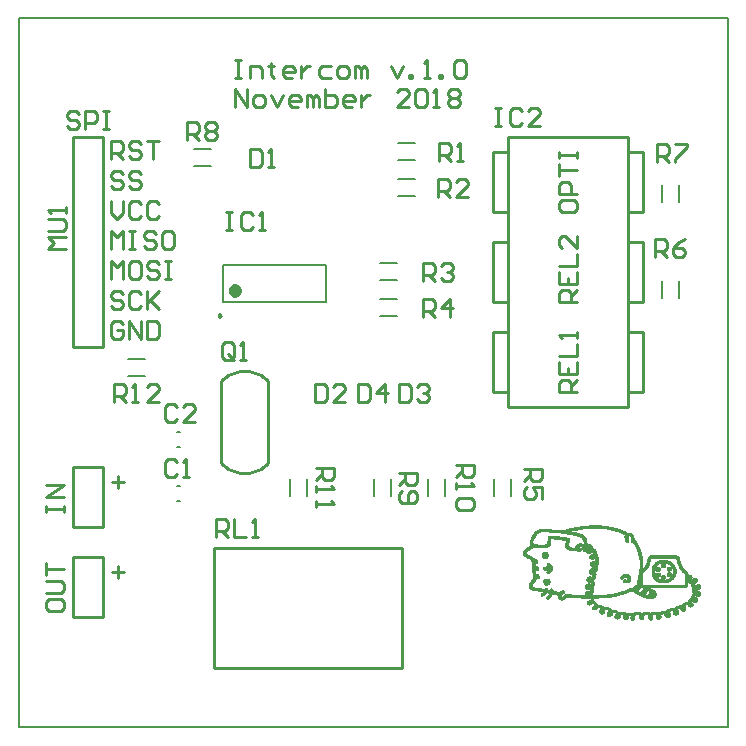
<source format=gto>
G04 Layer_Color=65535*
%FSLAX25Y25*%
%MOIN*%
G70*
G01*
G75*
%ADD17C,0.00800*%
%ADD21C,0.01000*%
%ADD22C,0.00984*%
%ADD23C,0.02362*%
%ADD24C,0.00394*%
%ADD25C,0.00100*%
%ADD26C,0.00787*%
D17*
X433071Y488189D02*
Y724409D01*
X196850Y488189D02*
X433071D01*
X196850D02*
Y724409D01*
X433071D01*
D21*
X279874Y603622D02*
X279114Y604315D01*
X278293Y604935D01*
X277419Y605476D01*
X276498Y605935D01*
X275539Y606306D01*
X274550Y606588D01*
X273538Y606777D01*
X272514Y606872D01*
X271486D01*
X270462Y606777D01*
X269450Y606588D01*
X268461Y606306D01*
X267502Y605935D01*
X266581Y605476D01*
X265707Y604935D01*
X264886Y604315D01*
X264126Y603622D01*
Y576063D02*
X264886Y575370D01*
X265707Y574750D01*
X266581Y574209D01*
X267502Y573750D01*
X268461Y573379D01*
X269450Y573097D01*
X270462Y572908D01*
X271486Y572813D01*
X272514D01*
X273538Y572908D01*
X274550Y573097D01*
X275539Y573379D01*
X276498Y573750D01*
X277419Y574209D01*
X278293Y574750D01*
X279114Y575370D01*
X279874Y576063D01*
X400000Y660000D02*
X405000D01*
Y680000D01*
X400000D02*
X405000D01*
X355000Y660000D02*
X360000D01*
X355000D02*
Y680000D01*
X360000D01*
X400000Y630000D02*
X405000D01*
Y650000D01*
X400000D02*
X405000D01*
X400000Y600000D02*
X405000D01*
Y620000D01*
X400000D02*
X405000D01*
X355000Y600000D02*
X360000D01*
X355000D02*
Y620000D01*
X360000D01*
X355000Y630000D02*
X360000D01*
X355000D02*
Y650000D01*
X360000D01*
Y595000D02*
Y685000D01*
X400000D01*
Y595000D02*
Y685000D01*
X360000Y595000D02*
X400000D01*
X264126Y596732D02*
Y603622D01*
Y576063D02*
Y596732D01*
X279874Y576063D02*
Y603622D01*
X262000Y508000D02*
X324500D01*
X262000D02*
Y548000D01*
X324500D01*
Y508000D02*
Y548000D01*
X215000Y615000D02*
X225000D01*
Y685000D01*
X215000D02*
X225000D01*
X215000Y615000D02*
Y685000D01*
Y555000D02*
Y575000D01*
X225000D01*
Y555000D02*
Y575000D01*
X215000Y555000D02*
X225000D01*
X215000Y525000D02*
Y545000D01*
X225000D01*
Y525000D02*
Y545000D01*
X215000Y525000D02*
X225000D01*
X269000Y710596D02*
X270999D01*
X270000D01*
Y704598D01*
X269000D01*
X270999D01*
X273998D02*
Y708596D01*
X276997D01*
X277997Y707597D01*
Y704598D01*
X280996Y709596D02*
Y708596D01*
X279996D01*
X281996D01*
X280996D01*
Y705597D01*
X281996Y704598D01*
X287994D02*
X285995D01*
X284995Y705597D01*
Y707597D01*
X285995Y708596D01*
X287994D01*
X288994Y707597D01*
Y706597D01*
X284995D01*
X290993Y708596D02*
Y704598D01*
Y706597D01*
X291993Y707597D01*
X292992Y708596D01*
X293992D01*
X300990D02*
X297991D01*
X296991Y707597D01*
Y705597D01*
X297991Y704598D01*
X300990D01*
X303989D02*
X305988D01*
X306988Y705597D01*
Y707597D01*
X305988Y708596D01*
X303989D01*
X302989Y707597D01*
Y705597D01*
X303989Y704598D01*
X308987D02*
Y708596D01*
X309987D01*
X310986Y707597D01*
Y704598D01*
Y707597D01*
X311986Y708596D01*
X312986Y707597D01*
Y704598D01*
X320983Y708596D02*
X322983Y704598D01*
X324982Y708596D01*
X326981Y704598D02*
Y705597D01*
X327981D01*
Y704598D01*
X326981D01*
X331980D02*
X333979D01*
X332979D01*
Y710596D01*
X331980Y709596D01*
X336978Y704598D02*
Y705597D01*
X337978D01*
Y704598D01*
X336978D01*
X341976Y709596D02*
X342976Y710596D01*
X344975D01*
X345975Y709596D01*
Y705597D01*
X344975Y704598D01*
X342976D01*
X341976Y705597D01*
Y709596D01*
X269000Y695000D02*
Y700998D01*
X272999Y695000D01*
Y700998D01*
X275998Y695000D02*
X277997D01*
X278997Y696000D01*
Y697999D01*
X277997Y698999D01*
X275998D01*
X274998Y697999D01*
Y696000D01*
X275998Y695000D01*
X280996Y698999D02*
X282996Y695000D01*
X284995Y698999D01*
X289993Y695000D02*
X287994D01*
X286994Y696000D01*
Y697999D01*
X287994Y698999D01*
X289993D01*
X290993Y697999D01*
Y696999D01*
X286994D01*
X292992Y695000D02*
Y698999D01*
X293992D01*
X294992Y697999D01*
Y695000D01*
Y697999D01*
X295991Y698999D01*
X296991Y697999D01*
Y695000D01*
X298990Y700998D02*
Y695000D01*
X301989D01*
X302989Y696000D01*
Y696999D01*
Y697999D01*
X301989Y698999D01*
X298990D01*
X307987Y695000D02*
X305988D01*
X304988Y696000D01*
Y697999D01*
X305988Y698999D01*
X307987D01*
X308987Y697999D01*
Y696999D01*
X304988D01*
X310986Y698999D02*
Y695000D01*
Y696999D01*
X311986Y697999D01*
X312986Y698999D01*
X313985D01*
X326981Y695000D02*
X322983D01*
X326981Y698999D01*
Y699998D01*
X325982Y700998D01*
X323982D01*
X322983Y699998D01*
X328981D02*
X329980Y700998D01*
X331980D01*
X332979Y699998D01*
Y696000D01*
X331980Y695000D01*
X329980D01*
X328981Y696000D01*
Y699998D01*
X334979Y695000D02*
X336978D01*
X335978D01*
Y700998D01*
X334979Y699998D01*
X339977D02*
X340977Y700998D01*
X342976D01*
X343976Y699998D01*
Y698999D01*
X342976Y697999D01*
X343976Y696999D01*
Y696000D01*
X342976Y695000D01*
X340977D01*
X339977Y696000D01*
Y696999D01*
X340977Y697999D01*
X339977Y698999D01*
Y699998D01*
X340977Y697999D02*
X342976D01*
X249499Y576498D02*
X248499Y577498D01*
X246500D01*
X245500Y576498D01*
Y572500D01*
X246500Y571500D01*
X248499D01*
X249499Y572500D01*
X251498Y571500D02*
X253497D01*
X252498D01*
Y577498D01*
X251498Y576498D01*
X249499Y594998D02*
X248499Y595998D01*
X246500D01*
X245500Y594998D01*
Y591000D01*
X246500Y590000D01*
X248499D01*
X249499Y591000D01*
X255497Y590000D02*
X251498D01*
X255497Y593999D01*
Y594998D01*
X254497Y595998D01*
X252498D01*
X251498Y594998D01*
X266000Y659998D02*
X267999D01*
X267000D01*
Y654000D01*
X266000D01*
X267999D01*
X274997Y658998D02*
X273997Y659998D01*
X271998D01*
X270998Y658998D01*
Y655000D01*
X271998Y654000D01*
X273997D01*
X274997Y655000D01*
X276996Y654000D02*
X278996D01*
X277996D01*
Y659998D01*
X276996Y658998D01*
X355450Y694448D02*
X357449D01*
X356450D01*
Y688450D01*
X355450D01*
X357449D01*
X364447Y693448D02*
X363447Y694448D01*
X361448D01*
X360448Y693448D01*
Y689450D01*
X361448Y688450D01*
X363447D01*
X364447Y689450D01*
X370445Y688450D02*
X366446D01*
X370445Y692449D01*
Y693448D01*
X369445Y694448D01*
X367446D01*
X366446Y693448D01*
X212500Y647500D02*
X206502D01*
X208501Y649499D01*
X206502Y651499D01*
X212500D01*
X206502Y653498D02*
X211500D01*
X212500Y654498D01*
Y656497D01*
X211500Y657497D01*
X206502D01*
X212500Y659496D02*
Y661495D01*
Y660496D01*
X206502D01*
X207502Y659496D01*
X206002Y560000D02*
Y561999D01*
Y561000D01*
X212000D01*
Y560000D01*
Y561999D01*
Y564998D02*
X206002D01*
X212000Y568997D01*
X206002D01*
Y529999D02*
Y528000D01*
X207002Y527000D01*
X211000D01*
X212000Y528000D01*
Y529999D01*
X211000Y530999D01*
X207002D01*
X206002Y529999D01*
Y532998D02*
X211000D01*
X212000Y533998D01*
Y535997D01*
X211000Y536997D01*
X206002D01*
Y538996D02*
Y542995D01*
Y540996D01*
X212000D01*
X268599Y611400D02*
Y615398D01*
X267599Y616398D01*
X265600D01*
X264600Y615398D01*
Y611400D01*
X265600Y610400D01*
X267599D01*
X266599Y612399D02*
X268599Y610400D01*
X267599D02*
X268599Y611400D01*
X270598Y610400D02*
X272597D01*
X271598D01*
Y616398D01*
X270598Y615398D01*
X337000Y677000D02*
Y682998D01*
X339999D01*
X340999Y681998D01*
Y679999D01*
X339999Y678999D01*
X337000D01*
X338999D02*
X340999Y677000D01*
X342998D02*
X344997D01*
X343998D01*
Y682998D01*
X342998Y681998D01*
X336500Y665000D02*
Y670998D01*
X339499D01*
X340499Y669998D01*
Y667999D01*
X339499Y666999D01*
X336500D01*
X338499D02*
X340499Y665000D01*
X346497D02*
X342498D01*
X346497Y668999D01*
Y669998D01*
X345497Y670998D01*
X343498D01*
X342498Y669998D01*
X331500Y637000D02*
Y642998D01*
X334499D01*
X335499Y641998D01*
Y639999D01*
X334499Y638999D01*
X331500D01*
X333499D02*
X335499Y637000D01*
X337498Y641998D02*
X338498Y642998D01*
X340497D01*
X341497Y641998D01*
Y640999D01*
X340497Y639999D01*
X339497D01*
X340497D01*
X341497Y638999D01*
Y638000D01*
X340497Y637000D01*
X338498D01*
X337498Y638000D01*
X331496Y625000D02*
Y630998D01*
X334495D01*
X335495Y629998D01*
Y627999D01*
X334495Y626999D01*
X331496D01*
X333495D02*
X335495Y625000D01*
X340493D02*
Y630998D01*
X337494Y627999D01*
X341493D01*
X365135Y574048D02*
X371133D01*
Y571049D01*
X370134Y570049D01*
X368134D01*
X367135Y571049D01*
Y574048D01*
Y572049D02*
X365135Y570049D01*
X371133Y564051D02*
Y568050D01*
X368134D01*
X369134Y566051D01*
Y565051D01*
X368134Y564051D01*
X366135D01*
X365135Y565051D01*
Y567050D01*
X366135Y568050D01*
X409000Y645000D02*
Y650998D01*
X411999D01*
X412999Y649998D01*
Y647999D01*
X411999Y646999D01*
X409000D01*
X410999D02*
X412999Y645000D01*
X418997Y650998D02*
X416997Y649998D01*
X414998Y647999D01*
Y646000D01*
X415998Y645000D01*
X417997D01*
X418997Y646000D01*
Y646999D01*
X417997Y647999D01*
X414998D01*
X409500Y676500D02*
Y682498D01*
X412499D01*
X413499Y681498D01*
Y679499D01*
X412499Y678499D01*
X409500D01*
X411499D02*
X413499Y676500D01*
X415498Y682498D02*
X419497D01*
Y681498D01*
X415498Y677500D01*
Y676500D01*
X262500Y551500D02*
Y557498D01*
X265499D01*
X266499Y556498D01*
Y554499D01*
X265499Y553499D01*
X262500D01*
X264499D02*
X266499Y551500D01*
X268498Y557498D02*
Y551500D01*
X272497D01*
X274496D02*
X276496D01*
X275496D01*
Y557498D01*
X274496Y556498D01*
X253000Y684000D02*
Y689998D01*
X255999D01*
X256999Y688998D01*
Y686999D01*
X255999Y685999D01*
X253000D01*
X254999D02*
X256999Y684000D01*
X258998Y688998D02*
X259998Y689998D01*
X261997D01*
X262997Y688998D01*
Y687999D01*
X261997Y686999D01*
X262997Y685999D01*
Y685000D01*
X261997Y684000D01*
X259998D01*
X258998Y685000D01*
Y685999D01*
X259998Y686999D01*
X258998Y687999D01*
Y688998D01*
X259998Y686999D02*
X261997D01*
X323500Y573000D02*
X329498D01*
Y570001D01*
X328498Y569001D01*
X326499D01*
X325499Y570001D01*
Y573000D01*
Y571001D02*
X323500Y569001D01*
X324500Y567002D02*
X323500Y566002D01*
Y564003D01*
X324500Y563003D01*
X328498D01*
X329498Y564003D01*
Y566002D01*
X328498Y567002D01*
X327499D01*
X326499Y566002D01*
Y563003D01*
X342500Y575500D02*
X348498D01*
Y572501D01*
X347498Y571501D01*
X345499D01*
X344499Y572501D01*
Y575500D01*
Y573501D02*
X342500Y571501D01*
Y569502D02*
Y567503D01*
Y568502D01*
X348498D01*
X347498Y569502D01*
Y564504D02*
X348498Y563504D01*
Y561505D01*
X347498Y560505D01*
X343500D01*
X342500Y561505D01*
Y563504D01*
X343500Y564504D01*
X347498D01*
X296000Y574500D02*
X301998D01*
Y571501D01*
X300998Y570501D01*
X298999D01*
X297999Y571501D01*
Y574500D01*
Y572501D02*
X296000Y570501D01*
Y568502D02*
Y566503D01*
Y567502D01*
X301998D01*
X300998Y568502D01*
X296000Y563504D02*
Y561504D01*
Y562504D01*
X301998D01*
X300998Y563504D01*
X274000Y680998D02*
Y675000D01*
X276999D01*
X277999Y676000D01*
Y679998D01*
X276999Y680998D01*
X274000D01*
X279998Y675000D02*
X281997D01*
X280998D01*
Y680998D01*
X279998Y679998D01*
X295500Y602498D02*
Y596500D01*
X298499D01*
X299499Y597500D01*
Y601498D01*
X298499Y602498D01*
X295500D01*
X305497Y596500D02*
X301498D01*
X305497Y600499D01*
Y601498D01*
X304497Y602498D01*
X302498D01*
X301498Y601498D01*
X323500Y602498D02*
Y596500D01*
X326499D01*
X327499Y597500D01*
Y601498D01*
X326499Y602498D01*
X323500D01*
X329498Y601498D02*
X330498Y602498D01*
X332497D01*
X333497Y601498D01*
Y600499D01*
X332497Y599499D01*
X331497D01*
X332497D01*
X333497Y598499D01*
Y597500D01*
X332497Y596500D01*
X330498D01*
X329498Y597500D01*
X310000Y602498D02*
Y596500D01*
X312999D01*
X313999Y597500D01*
Y601498D01*
X312999Y602498D01*
X310000D01*
X318997Y596500D02*
Y602498D01*
X315998Y599499D01*
X319997D01*
X228500Y596500D02*
Y602498D01*
X231499D01*
X232499Y601498D01*
Y599499D01*
X231499Y598499D01*
X228500D01*
X230499D02*
X232499Y596500D01*
X234498D02*
X236497D01*
X235498D01*
Y602498D01*
X234498Y601498D01*
X243495Y596500D02*
X239496D01*
X243495Y600499D01*
Y601498D01*
X242495Y602498D01*
X240496D01*
X239496Y601498D01*
X383000Y630000D02*
X377002D01*
Y632999D01*
X378002Y633999D01*
X380001D01*
X381001Y632999D01*
Y630000D01*
Y631999D02*
X383000Y633999D01*
X377002Y639997D02*
Y635998D01*
X383000D01*
Y639997D01*
X380001Y635998D02*
Y637997D01*
X377002Y641996D02*
X383000D01*
Y645995D01*
Y651993D02*
Y647994D01*
X379001Y651993D01*
X378002D01*
X377002Y650993D01*
Y648994D01*
X378002Y647994D01*
X377002Y662999D02*
Y661000D01*
X378002Y660000D01*
X382000D01*
X383000Y661000D01*
Y662999D01*
X382000Y663999D01*
X378002D01*
X377002Y662999D01*
X383000Y665998D02*
X377002D01*
Y668997D01*
X378002Y669997D01*
X380001D01*
X381001Y668997D01*
Y665998D01*
X377002Y671996D02*
Y675995D01*
Y673995D01*
X383000D01*
X377002Y677994D02*
Y679993D01*
Y678994D01*
X383000D01*
Y677994D01*
Y679993D01*
Y600000D02*
X377002D01*
Y602999D01*
X378002Y603999D01*
X380001D01*
X381001Y602999D01*
Y600000D01*
Y601999D02*
X383000Y603999D01*
X377002Y609997D02*
Y605998D01*
X383000D01*
Y609997D01*
X380001Y605998D02*
Y607997D01*
X377002Y611996D02*
X383000D01*
Y615995D01*
Y617994D02*
Y619993D01*
Y618994D01*
X377002D01*
X378002Y617994D01*
X231499Y622498D02*
X230499Y623498D01*
X228500D01*
X227500Y622498D01*
Y618500D01*
X228500Y617500D01*
X230499D01*
X231499Y618500D01*
Y620499D01*
X229499D01*
X233498Y617500D02*
Y623498D01*
X237497Y617500D01*
Y623498D01*
X239496D02*
Y617500D01*
X242495D01*
X243495Y618500D01*
Y622498D01*
X242495Y623498D01*
X239496D01*
X231499Y632498D02*
X230499Y633498D01*
X228500D01*
X227500Y632498D01*
Y631499D01*
X228500Y630499D01*
X230499D01*
X231499Y629499D01*
Y628500D01*
X230499Y627500D01*
X228500D01*
X227500Y628500D01*
X237497Y632498D02*
X236497Y633498D01*
X234498D01*
X233498Y632498D01*
Y628500D01*
X234498Y627500D01*
X236497D01*
X237497Y628500D01*
X239496Y633498D02*
Y627500D01*
Y629499D01*
X243495Y633498D01*
X240496Y630499D01*
X243495Y627500D01*
X227500Y637500D02*
Y643498D01*
X229499Y641499D01*
X231499Y643498D01*
Y637500D01*
X236497Y643498D02*
X234498D01*
X233498Y642498D01*
Y638500D01*
X234498Y637500D01*
X236497D01*
X237497Y638500D01*
Y642498D01*
X236497Y643498D01*
X243495Y642498D02*
X242495Y643498D01*
X240496D01*
X239496Y642498D01*
Y641499D01*
X240496Y640499D01*
X242495D01*
X243495Y639499D01*
Y638500D01*
X242495Y637500D01*
X240496D01*
X239496Y638500D01*
X245494Y643498D02*
X247494D01*
X246494D01*
Y637500D01*
X245494D01*
X247494D01*
X227500Y647500D02*
Y653498D01*
X229499Y651499D01*
X231499Y653498D01*
Y647500D01*
X233498Y653498D02*
X235497D01*
X234498D01*
Y647500D01*
X233498D01*
X235497D01*
X242495Y652498D02*
X241495Y653498D01*
X239496D01*
X238496Y652498D01*
Y651499D01*
X239496Y650499D01*
X241495D01*
X242495Y649499D01*
Y648500D01*
X241495Y647500D01*
X239496D01*
X238496Y648500D01*
X247494Y653498D02*
X245494D01*
X244495Y652498D01*
Y648500D01*
X245494Y647500D01*
X247494D01*
X248493Y648500D01*
Y652498D01*
X247494Y653498D01*
X227500Y663498D02*
Y659499D01*
X229499Y657500D01*
X231499Y659499D01*
Y663498D01*
X237497Y662498D02*
X236497Y663498D01*
X234498D01*
X233498Y662498D01*
Y658500D01*
X234498Y657500D01*
X236497D01*
X237497Y658500D01*
X243495Y662498D02*
X242495Y663498D01*
X240496D01*
X239496Y662498D01*
Y658500D01*
X240496Y657500D01*
X242495D01*
X243495Y658500D01*
X231499Y672498D02*
X230499Y673498D01*
X228500D01*
X227500Y672498D01*
Y671499D01*
X228500Y670499D01*
X230499D01*
X231499Y669499D01*
Y668500D01*
X230499Y667500D01*
X228500D01*
X227500Y668500D01*
X237497Y672498D02*
X236497Y673498D01*
X234498D01*
X233498Y672498D01*
Y671499D01*
X234498Y670499D01*
X236497D01*
X237497Y669499D01*
Y668500D01*
X236497Y667500D01*
X234498D01*
X233498Y668500D01*
X227500Y677500D02*
Y683498D01*
X230499D01*
X231499Y682498D01*
Y680499D01*
X230499Y679499D01*
X227500D01*
X229499D02*
X231499Y677500D01*
X237497Y682498D02*
X236497Y683498D01*
X234498D01*
X233498Y682498D01*
Y681499D01*
X234498Y680499D01*
X236497D01*
X237497Y679499D01*
Y678500D01*
X236497Y677500D01*
X234498D01*
X233498Y678500D01*
X239496Y683498D02*
X243495D01*
X241495D01*
Y677500D01*
X216999Y692498D02*
X215999Y693498D01*
X214000D01*
X213000Y692498D01*
Y691499D01*
X214000Y690499D01*
X215999D01*
X216999Y689499D01*
Y688500D01*
X215999Y687500D01*
X214000D01*
X213000Y688500D01*
X218998Y687500D02*
Y693498D01*
X221997D01*
X222997Y692498D01*
Y690499D01*
X221997Y689499D01*
X218998D01*
X224996Y693498D02*
X226995D01*
X225996D01*
Y687500D01*
X224996D01*
X226995D01*
X228000Y569999D02*
X231999D01*
X229999Y571998D02*
Y568000D01*
X228000Y539999D02*
X231999D01*
X229999Y541998D02*
Y538000D01*
D22*
X264146Y625272D02*
X263407Y625698D01*
Y624845D01*
X264146Y625272D01*
D23*
X269992Y633638D02*
X269547Y634561D01*
X268548Y634789D01*
X267747Y634150D01*
Y633125D01*
X268548Y632486D01*
X269547Y632714D01*
X269992Y633638D01*
D24*
X283217Y666752D02*
D03*
X303445Y593020D02*
D03*
X317445D02*
D03*
X331445D02*
D03*
D25*
X386905Y555381D02*
X391005D01*
X385805Y555281D02*
X391905D01*
X384605Y555181D02*
X392805D01*
X383905Y555081D02*
X393305D01*
X383105Y554981D02*
X393905D01*
X382505Y554881D02*
X394305D01*
X381905Y554781D02*
X394805D01*
X381505Y554681D02*
X395205D01*
X381005Y554581D02*
X395605D01*
X380605Y554481D02*
X386705D01*
X391205D02*
X395905D01*
X380205Y554381D02*
X385905D01*
X391805D02*
X396305D01*
X379905Y554281D02*
X384505D01*
X392905D02*
X396605D01*
X370705Y554181D02*
X372205D01*
X379505D02*
X384105D01*
X393105D02*
X396905D01*
X370205Y554081D02*
X374105D01*
X379205D02*
X383005D01*
X393905D02*
X397105D01*
X369805Y553981D02*
X375805D01*
X378805D02*
X382805D01*
X394205D02*
X397405D01*
X369605Y553881D02*
X376705D01*
X378605D02*
X381905D01*
X394905D02*
X397605D01*
X369405Y553781D02*
X377905D01*
X378105D02*
X381705D01*
X395105D02*
X397905D01*
X369205Y553681D02*
X381005D01*
X395505D02*
X398105D01*
X369105Y553581D02*
X380805D01*
X395905D02*
X398305D01*
X369005Y553481D02*
X380705D01*
X396305D02*
X398505D01*
X368905Y553381D02*
X380905D01*
X396405D02*
X398705D01*
X368805Y553281D02*
X370505D01*
X373505D02*
X381505D01*
X396805D02*
X398905D01*
X368705Y553181D02*
X370105D01*
X375405D02*
X381905D01*
X396905D02*
X399105D01*
X368605Y553081D02*
X369905D01*
X376305D02*
X382505D01*
X397305D02*
X399205D01*
X368505Y552981D02*
X369705D01*
X377505D02*
X382705D01*
X397505D02*
X399505D01*
X400005D02*
X400405D01*
X368405Y552881D02*
X369605D01*
X378105D02*
X383305D01*
X397705D02*
X400705D01*
X368405Y552781D02*
X369505D01*
X379005D02*
X383505D01*
X397905D02*
X400905D01*
X368305Y552681D02*
X369305D01*
X379505D02*
X384005D01*
X398105D02*
X401005D01*
X368205Y552581D02*
X369305D01*
X380305D02*
X384105D01*
X398305D02*
X401105D01*
X368205Y552481D02*
X369205D01*
X380605D02*
X384405D01*
X398505D02*
X401205D01*
X368105Y552381D02*
X369105D01*
X381205D02*
X384505D01*
X398605D02*
X401305D01*
X368005Y552281D02*
X369105D01*
X381605D02*
X384705D01*
X398805D02*
X401405D01*
X368005Y552181D02*
X369005D01*
X382005D02*
X384805D01*
X398805D02*
X401405D01*
X368005Y552081D02*
X368905D01*
X382405D02*
X384905D01*
X398805D02*
X400005D01*
X400305D02*
X401405D01*
X367905Y551981D02*
X368805D01*
X382905D02*
X385005D01*
X398705D02*
X399905D01*
X400505D02*
X401505D01*
X367805Y551881D02*
X368805D01*
X373405D02*
X376005D01*
X383205D02*
X385105D01*
X398705D02*
X399805D01*
X400505D02*
X401505D01*
X367805Y551781D02*
X368705D01*
X373305D02*
X376705D01*
X383505D02*
X385205D01*
X398605D02*
X399705D01*
X400605D02*
X401605D01*
X367805Y551681D02*
X368705D01*
X373105D02*
X377805D01*
X383805D02*
X385305D01*
X398605D02*
X399705D01*
X400705D02*
X401605D01*
X367705Y551581D02*
X368605D01*
X373105D02*
X378205D01*
X384005D02*
X385305D01*
X398605D02*
X399605D01*
X400705D02*
X401605D01*
X367605Y551481D02*
X368605D01*
X373105D02*
X379005D01*
X384105D02*
X385405D01*
X398605D02*
X399705D01*
X400705D02*
X401605D01*
X367605Y551381D02*
X368505D01*
X373105D02*
X379205D01*
X384305D02*
X385505D01*
X398605D02*
X399705D01*
X400705D02*
X401605D01*
X367505Y551281D02*
X368505D01*
X373105D02*
X379805D01*
X384405D02*
X385505D01*
X398705D02*
X399705D01*
X400705D02*
X401705D01*
X367505Y551181D02*
X368405D01*
X373105D02*
X379905D01*
X384505D02*
X385605D01*
X398705D02*
X399805D01*
X400805D02*
X401705D01*
X367505Y551081D02*
X368405D01*
X373105D02*
X380105D01*
X384605D02*
X385705D01*
X398805D02*
X399805D01*
X400805D02*
X401705D01*
X367405Y550981D02*
X368305D01*
X373105D02*
X374005D01*
X375305D02*
X380205D01*
X384605D02*
X385705D01*
X398805D02*
X399805D01*
X400805D02*
X401805D01*
X367405Y550881D02*
X368305D01*
X373105D02*
X374005D01*
X376105D02*
X380205D01*
X384705D02*
X385705D01*
X398805D02*
X399905D01*
X400705D02*
X401905D01*
X367405Y550781D02*
X368305D01*
X373105D02*
X374005D01*
X377505D02*
X380205D01*
X384705D02*
X385805D01*
X398805D02*
X399905D01*
X400705D02*
X401905D01*
X367305Y550681D02*
X368205D01*
X373105D02*
X374005D01*
X377905D02*
X380205D01*
X384805D02*
X385805D01*
X398905D02*
X399905D01*
X400705D02*
X402005D01*
X367305Y550581D02*
X368205D01*
X373105D02*
X374005D01*
X378705D02*
X380205D01*
X384805D02*
X385905D01*
X398905D02*
X399905D01*
X400705D02*
X402105D01*
X367205Y550481D02*
X368105D01*
X373105D02*
X374005D01*
X379005D02*
X380205D01*
X384905D02*
X385905D01*
X398905D02*
X399905D01*
X400705D02*
X402205D01*
X367205Y550381D02*
X368105D01*
X373105D02*
X374005D01*
X379105D02*
X380205D01*
X384905D02*
X385905D01*
X398905D02*
X399905D01*
X400705D02*
X402205D01*
X367205Y550281D02*
X368005D01*
X373105D02*
X374005D01*
X379205D02*
X380105D01*
X385005D02*
X385905D01*
X398905D02*
X399905D01*
X400705D02*
X402305D01*
X367205Y550181D02*
X368005D01*
X373105D02*
X374005D01*
X379105D02*
X380105D01*
X385005D02*
X385905D01*
X398905D02*
X399905D01*
X400805D02*
X402405D01*
X367205Y550081D02*
X368005D01*
X373005D02*
X374005D01*
X379105D02*
X380105D01*
X385005D02*
X385905D01*
X399005D02*
X399805D01*
X400805D02*
X402405D01*
X367205Y549981D02*
X368005D01*
X373005D02*
X374005D01*
X379105D02*
X380105D01*
X385105D02*
X385905D01*
X399105D02*
X399805D01*
X400905D02*
X402505D01*
X367205Y549881D02*
X368005D01*
X373005D02*
X374005D01*
X379105D02*
X380005D01*
X385105D02*
X386005D01*
X399205D02*
X399605D01*
X401205D02*
X401405D01*
X401505D02*
X402605D01*
X367205Y549781D02*
X368005D01*
X373005D02*
X374005D01*
X379105D02*
X380005D01*
X385105D02*
X386005D01*
X401505D02*
X402605D01*
X367205Y549681D02*
X368005D01*
X373005D02*
X373905D01*
X379105D02*
X380005D01*
X385105D02*
X386005D01*
X401605D02*
X402705D01*
X367205Y549581D02*
X368105D01*
X373005D02*
X373905D01*
X379105D02*
X380005D01*
X385105D02*
X386005D01*
X401705D02*
X402705D01*
X367205Y549481D02*
X368205D01*
X372905D02*
X373905D01*
X379105D02*
X380005D01*
X383705D02*
X384005D01*
X385105D02*
X386105D01*
X401705D02*
X402805D01*
X367205Y549381D02*
X368305D01*
X372905D02*
X373905D01*
X379005D02*
X380005D01*
X383505D02*
X384305D01*
X385105D02*
X386105D01*
X401805D02*
X402805D01*
X367305Y549281D02*
X368705D01*
X372705D02*
X373905D01*
X379005D02*
X380005D01*
X383105D02*
X384705D01*
X385105D02*
X386805D01*
X401905D02*
X402905D01*
X367305Y549181D02*
X368905D01*
X372505D02*
X373905D01*
X379005D02*
X380005D01*
X383005D02*
X384805D01*
X385105D02*
X387005D01*
X401905D02*
X403005D01*
X367405Y549081D02*
X369405D01*
X372305D02*
X373805D01*
X379005D02*
X380005D01*
X382805D02*
X387105D01*
X402005D02*
X403005D01*
X367405Y548981D02*
X369805D01*
X372105D02*
X373705D01*
X379005D02*
X379905D01*
X382705D02*
X387205D01*
X402105D02*
X403005D01*
X367405Y548881D02*
X373705D01*
X379005D02*
X379905D01*
X382605D02*
X387305D01*
X402105D02*
X403105D01*
X367305Y548781D02*
X373605D01*
X378905D02*
X379905D01*
X382505D02*
X387405D01*
X402105D02*
X403205D01*
X367105Y548681D02*
X373505D01*
X378905D02*
X379905D01*
X382505D02*
X387505D01*
X402205D02*
X403205D01*
X367005Y548581D02*
X373405D01*
X378905D02*
X380005D01*
X382405D02*
X387505D01*
X402305D02*
X403205D01*
X366805Y548481D02*
X373305D01*
X379005D02*
X380005D01*
X382405D02*
X387605D01*
X402305D02*
X403305D01*
X366705Y548381D02*
X373005D01*
X379005D02*
X380105D01*
X382305D02*
X383505D01*
X384305D02*
X387705D01*
X402305D02*
X403305D01*
X366605Y548281D02*
X368205D01*
X368605D02*
X372905D01*
X379005D02*
X380305D01*
X382305D02*
X383405D01*
X384405D02*
X386105D01*
X386505D02*
X387705D01*
X402405D02*
X403405D01*
X366505Y548181D02*
X368005D01*
X369105D02*
X372505D01*
X379105D02*
X380505D01*
X382305D02*
X383305D01*
X384505D02*
X385905D01*
X386605D02*
X387705D01*
X402505D02*
X403405D01*
X366305Y548081D02*
X367905D01*
X369705D02*
X372305D01*
X379105D02*
X381005D01*
X382305D02*
X383305D01*
X384605D02*
X385905D01*
X386605D02*
X387805D01*
X402505D02*
X403505D01*
X366205Y547981D02*
X367705D01*
X379105D02*
X381605D01*
X381905D02*
X383305D01*
X383705D02*
X384105D01*
X384605D02*
X385805D01*
X386505D02*
X388005D01*
X402505D02*
X403505D01*
X366005Y547881D02*
X367605D01*
X379205D02*
X384305D01*
X384705D02*
X385805D01*
X386405D02*
X388205D01*
X402605D02*
X403605D01*
X365905Y547781D02*
X367405D01*
X379305D02*
X384305D01*
X384705D02*
X385805D01*
X386305D02*
X388305D01*
X402705D02*
X403605D01*
X365705Y547681D02*
X367205D01*
X379405D02*
X384405D01*
X384805D02*
X385805D01*
X386205D02*
X388405D01*
X402705D02*
X403705D01*
X365605Y547581D02*
X367105D01*
X379505D02*
X384405D01*
X384805D02*
X385805D01*
X386105D02*
X388505D01*
X402705D02*
X403705D01*
X365505Y547481D02*
X367005D01*
X379705D02*
X384405D01*
X384805D02*
X385805D01*
X386005D02*
X388605D01*
X402805D02*
X403705D01*
X365405Y547381D02*
X366905D01*
X380005D02*
X384405D01*
X384805D02*
X385805D01*
X386005D02*
X388705D01*
X402805D02*
X403805D01*
X365305Y547281D02*
X366705D01*
X380305D02*
X384305D01*
X384905D02*
X385805D01*
X386005D02*
X388805D01*
X402905D02*
X403805D01*
X365205Y547181D02*
X366605D01*
X380705D02*
X384305D01*
X384905D02*
X385805D01*
X386005D02*
X388905D01*
X402905D02*
X403905D01*
X365105Y547081D02*
X366405D01*
X381305D02*
X384105D01*
X384905D02*
X385805D01*
X386005D02*
X388905D01*
X402905D02*
X403905D01*
X365005Y546981D02*
X366305D01*
X383005D02*
X384005D01*
X385005D02*
X385705D01*
X386005D02*
X389005D01*
X403005D02*
X403905D01*
X365005Y546881D02*
X366205D01*
X385105D02*
X385605D01*
X386005D02*
X389005D01*
X403005D02*
X403905D01*
X364905Y546781D02*
X366105D01*
X386005D02*
X387705D01*
X387905D02*
X389105D01*
X403105D02*
X404005D01*
X364905Y546681D02*
X365905D01*
X386005D02*
X387705D01*
X388005D02*
X389105D01*
X403105D02*
X404005D01*
X364805Y546581D02*
X365905D01*
X372005D02*
X372305D01*
X386005D02*
X387605D01*
X388105D02*
X389105D01*
X403105D02*
X404005D01*
X364805Y546481D02*
X365805D01*
X371705D02*
X372405D01*
X386105D02*
X387505D01*
X388105D02*
X389205D01*
X403205D02*
X404105D01*
X364805Y546381D02*
X365805D01*
X371505D02*
X372705D01*
X386105D02*
X387405D01*
X388205D02*
X389305D01*
X403205D02*
X404105D01*
X364805Y546281D02*
X365705D01*
X371405D02*
X372805D01*
X386205D02*
X387205D01*
X388205D02*
X389305D01*
X403205D02*
X404105D01*
X364805Y546181D02*
X365705D01*
X371305D02*
X372905D01*
X386405D02*
X387005D01*
X388205D02*
X389305D01*
X403305D02*
X404105D01*
X364805Y546081D02*
X365705D01*
X371205D02*
X373005D01*
X388305D02*
X389305D01*
X403305D02*
X404205D01*
X364805Y545981D02*
X365805D01*
X371205D02*
X373005D01*
X387805D02*
X389305D01*
X403305D02*
X404205D01*
X364805Y545881D02*
X365905D01*
X371105D02*
X373105D01*
X387605D02*
X389305D01*
X403305D02*
X404205D01*
X364805Y545781D02*
X366205D01*
X371105D02*
X373105D01*
X387505D02*
X389405D01*
X403305D02*
X404305D01*
X364905Y545681D02*
X366305D01*
X371105D02*
X373205D01*
X387405D02*
X389305D01*
X403305D02*
X404305D01*
X364905Y545581D02*
X366505D01*
X371105D02*
X373205D01*
X387205D02*
X389405D01*
X403405D02*
X404305D01*
X365005Y545481D02*
X366605D01*
X371105D02*
X373205D01*
X387205D02*
X389405D01*
X403405D02*
X404305D01*
X365105Y545381D02*
X366905D01*
X371105D02*
X373205D01*
X387105D02*
X389505D01*
X403505D02*
X404305D01*
X407105D02*
X416005D01*
X365205Y545281D02*
X367005D01*
X371105D02*
X373205D01*
X387005D02*
X389505D01*
X403505D02*
X404305D01*
X406805D02*
X416405D01*
X365405Y545181D02*
X367305D01*
X371105D02*
X373105D01*
X387005D02*
X389605D01*
X403505D02*
X404305D01*
X406705D02*
X416505D01*
X365605Y545081D02*
X367505D01*
X371105D02*
X373105D01*
X387005D02*
X389605D01*
X403505D02*
X404405D01*
X406705D02*
X416605D01*
X365705Y544981D02*
X367705D01*
X371105D02*
X373005D01*
X387005D02*
X389705D01*
X403505D02*
X404405D01*
X406605D02*
X416705D01*
X365905Y544881D02*
X367805D01*
X371205D02*
X373005D01*
X387005D02*
X389705D01*
X403505D02*
X404405D01*
X406505D02*
X416705D01*
X366105Y544781D02*
X368005D01*
X371305D02*
X372905D01*
X387005D02*
X389805D01*
X403505D02*
X404405D01*
X406505D02*
X416705D01*
X366305Y544681D02*
X368205D01*
X371405D02*
X372805D01*
X387005D02*
X389805D01*
X403505D02*
X404505D01*
X406505D02*
X416705D01*
X366505Y544581D02*
X368305D01*
X371505D02*
X372705D01*
X387105D02*
X389905D01*
X403605D02*
X404505D01*
X406505D02*
X409105D01*
X411505D02*
X416805D01*
X366705Y544481D02*
X368405D01*
X371905D02*
X372305D01*
X387105D02*
X389905D01*
X403605D02*
X404505D01*
X406505D02*
X407305D01*
X415905D02*
X416805D01*
X366905Y544381D02*
X368605D01*
X387205D02*
X388605D01*
X388805D02*
X389905D01*
X403605D02*
X404505D01*
X406505D02*
X407305D01*
X415905D02*
X416805D01*
X367105Y544281D02*
X368805D01*
X387405D02*
X388205D01*
X388905D02*
X389905D01*
X403605D02*
X404505D01*
X406405D02*
X407305D01*
X416005D02*
X416905D01*
X367205Y544181D02*
X369105D01*
X387505D02*
X388105D01*
X388905D02*
X389905D01*
X403705D02*
X404505D01*
X406405D02*
X407305D01*
X416005D02*
X416905D01*
X367505Y544081D02*
X369305D01*
X388905D02*
X389905D01*
X403705D02*
X404505D01*
X406305D02*
X407205D01*
X416005D02*
X416905D01*
X367605Y543981D02*
X369405D01*
X389005D02*
X389905D01*
X403705D02*
X404505D01*
X406305D02*
X407205D01*
X416105D02*
X416905D01*
X367605Y543881D02*
X369505D01*
X388905D02*
X389905D01*
X403705D02*
X404505D01*
X406305D02*
X407205D01*
X410705D02*
X412305D01*
X416105D02*
X416905D01*
X367605Y543781D02*
X369605D01*
X389005D02*
X389905D01*
X403705D02*
X404505D01*
X406305D02*
X407105D01*
X410205D02*
X412905D01*
X416105D02*
X416905D01*
X367605Y543681D02*
X369605D01*
X388905D02*
X389905D01*
X403705D02*
X404505D01*
X406205D02*
X407105D01*
X410005D02*
X413205D01*
X416105D02*
X417005D01*
X367605Y543581D02*
X369605D01*
X388905D02*
X389905D01*
X403705D02*
X404605D01*
X406205D02*
X407105D01*
X409705D02*
X413405D01*
X416105D02*
X417005D01*
X367605Y543481D02*
X369605D01*
X387905D02*
X388605D01*
X388905D02*
X389905D01*
X403705D02*
X404605D01*
X406205D02*
X407105D01*
X409605D02*
X413705D01*
X416205D02*
X417105D01*
X367605Y543381D02*
X369605D01*
X387705D02*
X388805D01*
X388905D02*
X389905D01*
X403705D02*
X404605D01*
X406105D02*
X407005D01*
X409405D02*
X413905D01*
X416205D02*
X417105D01*
X367705Y543281D02*
X369605D01*
X387505D02*
X389905D01*
X403705D02*
X404605D01*
X406105D02*
X407005D01*
X409205D02*
X414005D01*
X416205D02*
X417105D01*
X367705Y543181D02*
X369605D01*
X387405D02*
X389905D01*
X403705D02*
X404605D01*
X406105D02*
X406905D01*
X409105D02*
X414105D01*
X416305D02*
X417105D01*
X367705Y543081D02*
X369505D01*
X387305D02*
X389905D01*
X403705D02*
X404605D01*
X406105D02*
X406905D01*
X409005D02*
X414305D01*
X416305D02*
X417105D01*
X367705Y542981D02*
X369405D01*
X373105D02*
X373305D01*
X387305D02*
X389805D01*
X403705D02*
X404605D01*
X406005D02*
X406905D01*
X408905D02*
X411105D01*
X411805D02*
X414405D01*
X416305D02*
X417205D01*
X367705Y542881D02*
X369305D01*
X372805D02*
X373505D01*
X387205D02*
X389805D01*
X403705D02*
X404605D01*
X406005D02*
X406905D01*
X408805D02*
X410405D01*
X412705D02*
X414505D01*
X416305D02*
X417205D01*
X367805Y542781D02*
X368705D01*
X372805D02*
X373605D01*
X387205D02*
X389805D01*
X403705D02*
X404605D01*
X405905D02*
X406805D01*
X408705D02*
X410305D01*
X411505D02*
X411705D01*
X412905D02*
X414605D01*
X416405D02*
X417305D01*
X367805Y542681D02*
X368605D01*
X372705D02*
X373605D01*
X387205D02*
X389705D01*
X403705D02*
X404605D01*
X405905D02*
X406805D01*
X408605D02*
X410005D01*
X411205D02*
X411905D01*
X413205D02*
X414705D01*
X416405D02*
X417305D01*
X367805Y542581D02*
X368705D01*
X372705D02*
X373705D01*
X387205D02*
X389705D01*
X403705D02*
X404605D01*
X405905D02*
X406705D01*
X408605D02*
X409905D01*
X411005D02*
X412105D01*
X413305D02*
X414805D01*
X416405D02*
X417305D01*
X367805Y542481D02*
X368705D01*
X372705D02*
X373805D01*
X387205D02*
X389605D01*
X403705D02*
X404605D01*
X405805D02*
X406705D01*
X408405D02*
X409705D01*
X411005D02*
X412205D01*
X413605D02*
X414905D01*
X416505D02*
X417405D01*
X367805Y542381D02*
X368705D01*
X372705D02*
X373805D01*
X387205D02*
X389605D01*
X403705D02*
X404605D01*
X405805D02*
X406705D01*
X408405D02*
X409605D01*
X410905D02*
X412205D01*
X413705D02*
X415005D01*
X416505D02*
X417405D01*
X367805Y542281D02*
X368705D01*
X372705D02*
X373905D01*
X387205D02*
X389505D01*
X403705D02*
X404605D01*
X405705D02*
X406705D01*
X408305D02*
X409505D01*
X410905D02*
X412205D01*
X413805D02*
X415005D01*
X416505D02*
X417505D01*
X367805Y542181D02*
X368705D01*
X372705D02*
X374105D01*
X387205D02*
X389605D01*
X403705D02*
X404605D01*
X405705D02*
X406605D01*
X408205D02*
X409405D01*
X410905D02*
X412205D01*
X413905D02*
X415105D01*
X416605D02*
X417505D01*
X367805Y542081D02*
X368805D01*
X372805D02*
X374205D01*
X387305D02*
X389605D01*
X403705D02*
X404605D01*
X405605D02*
X406505D01*
X408205D02*
X409305D01*
X410805D02*
X412205D01*
X414005D02*
X415205D01*
X416605D02*
X417505D01*
X367805Y541981D02*
X369105D01*
X372705D02*
X374305D01*
X387405D02*
X389605D01*
X403705D02*
X404605D01*
X405605D02*
X406505D01*
X408205D02*
X409305D01*
X410805D02*
X412205D01*
X414105D02*
X415205D01*
X416705D02*
X417605D01*
X367805Y541881D02*
X369405D01*
X372705D02*
X374405D01*
X387505D02*
X389605D01*
X403705D02*
X404605D01*
X405505D02*
X406505D01*
X408105D02*
X409105D01*
X410805D02*
X412205D01*
X414205D02*
X415305D01*
X416705D02*
X417705D01*
X367805Y541781D02*
X369605D01*
X372605D02*
X374405D01*
X387605D02*
X389605D01*
X403705D02*
X404605D01*
X405505D02*
X406405D01*
X408005D02*
X409105D01*
X410905D02*
X412205D01*
X414305D02*
X415305D01*
X416805D02*
X417705D01*
X367805Y541681D02*
X369705D01*
X372305D02*
X374505D01*
X388005D02*
X388305D01*
X388605D02*
X389605D01*
X403705D02*
X404605D01*
X405405D02*
X406405D01*
X408005D02*
X409105D01*
X410905D02*
X412205D01*
X413205D02*
X413505D01*
X414305D02*
X415405D01*
X416805D02*
X417805D01*
X367805Y541581D02*
X369805D01*
X371905D02*
X374505D01*
X388605D02*
X389605D01*
X403705D02*
X404605D01*
X405305D02*
X406305D01*
X408005D02*
X409005D01*
X411005D02*
X412105D01*
X413105D02*
X413805D01*
X414405D02*
X415505D01*
X416905D02*
X417805D01*
X367905Y541481D02*
X369905D01*
X371605D02*
X374505D01*
X388605D02*
X389605D01*
X403705D02*
X404605D01*
X405205D02*
X406305D01*
X407905D02*
X408905D01*
X409505D02*
X410105D01*
X411105D02*
X412005D01*
X412905D02*
X413905D01*
X414505D02*
X415505D01*
X416905D02*
X417905D01*
X367905Y541381D02*
X370005D01*
X371605D02*
X373305D01*
X373505D02*
X374605D01*
X388605D02*
X389605D01*
X403705D02*
X404605D01*
X405105D02*
X406205D01*
X407905D02*
X408905D01*
X409405D02*
X410205D01*
X411205D02*
X411905D01*
X412805D02*
X414005D01*
X414505D02*
X415505D01*
X417005D02*
X417905D01*
X367905Y541281D02*
X370005D01*
X371505D02*
X373205D01*
X373605D02*
X374605D01*
X388605D02*
X389605D01*
X403705D02*
X404605D01*
X405005D02*
X406105D01*
X407805D02*
X408905D01*
X409305D02*
X410305D01*
X412805D02*
X414105D01*
X414605D02*
X415505D01*
X417005D02*
X418005D01*
X367905Y541181D02*
X370005D01*
X371505D02*
X373205D01*
X373605D02*
X374605D01*
X388505D02*
X389605D01*
X403705D02*
X404505D01*
X404905D02*
X406005D01*
X407805D02*
X408805D01*
X409205D02*
X410405D01*
X412705D02*
X414105D01*
X414605D02*
X415605D01*
X417105D02*
X418105D01*
X367905Y541081D02*
X370005D01*
X371505D02*
X373305D01*
X373505D02*
X374605D01*
X387605D02*
X388205D01*
X388505D02*
X389505D01*
X403705D02*
X404605D01*
X404805D02*
X405905D01*
X407805D02*
X408805D01*
X409205D02*
X410505D01*
X412705D02*
X414205D01*
X414705D02*
X415605D01*
X417105D02*
X418105D01*
X367905Y540981D02*
X370005D01*
X371505D02*
X374605D01*
X387505D02*
X389505D01*
X403705D02*
X404605D01*
X404705D02*
X405905D01*
X407805D02*
X408705D01*
X409105D02*
X410505D01*
X412705D02*
X414205D01*
X414705D02*
X415605D01*
X417205D02*
X418205D01*
X368005Y540881D02*
X369905D01*
X371605D02*
X374605D01*
X387205D02*
X389505D01*
X403705D02*
X405805D01*
X407805D02*
X408705D01*
X409105D02*
X410505D01*
X412705D02*
X414205D01*
X414705D02*
X415705D01*
X417305D02*
X418305D01*
X368005Y540781D02*
X369905D01*
X371705D02*
X374505D01*
X387105D02*
X389505D01*
X403605D02*
X405705D01*
X407805D02*
X408705D01*
X409105D02*
X410505D01*
X412705D02*
X414105D01*
X414705D02*
X415705D01*
X417305D02*
X418405D01*
X368005Y540681D02*
X369805D01*
X371805D02*
X374505D01*
X387005D02*
X389405D01*
X403605D02*
X405605D01*
X407705D02*
X408705D01*
X409105D02*
X410505D01*
X412705D02*
X414105D01*
X414705D02*
X415705D01*
X417405D02*
X418505D01*
X368005Y540581D02*
X369505D01*
X372505D02*
X374405D01*
X386905D02*
X389405D01*
X403605D02*
X405505D01*
X407705D02*
X408705D01*
X409105D02*
X410505D01*
X412805D02*
X414005D01*
X414705D02*
X415705D01*
X417505D02*
X418605D01*
X368005Y540481D02*
X368905D01*
X372605D02*
X374405D01*
X386805D02*
X389305D01*
X403605D02*
X405405D01*
X407705D02*
X408605D01*
X409105D02*
X410505D01*
X412905D02*
X414005D01*
X414705D02*
X415705D01*
X417605D02*
X418705D01*
X368005Y540381D02*
X368905D01*
X372705D02*
X374305D01*
X386805D02*
X389305D01*
X403605D02*
X405305D01*
X407705D02*
X408605D01*
X409205D02*
X410405D01*
X413005D02*
X413805D01*
X414705D02*
X415705D01*
X417605D02*
X418905D01*
X368005Y540281D02*
X368905D01*
X372705D02*
X374205D01*
X386805D02*
X389205D01*
X403605D02*
X405205D01*
X407705D02*
X408605D01*
X409205D02*
X410305D01*
X413205D02*
X413605D01*
X414805D02*
X415705D01*
X417705D02*
X419005D01*
X368005Y540181D02*
X368905D01*
X372705D02*
X374105D01*
X386805D02*
X389205D01*
X403505D02*
X405005D01*
X407705D02*
X408605D01*
X409405D02*
X410205D01*
X414805D02*
X415705D01*
X417805D02*
X419205D01*
X368005Y540081D02*
X368905D01*
X372705D02*
X373905D01*
X386805D02*
X389105D01*
X403505D02*
X404905D01*
X407705D02*
X408605D01*
X409505D02*
X410105D01*
X414705D02*
X415705D01*
X417905D02*
X419305D01*
X368005Y539981D02*
X368905D01*
X372705D02*
X373805D01*
X386805D02*
X389005D01*
X403505D02*
X404705D01*
X407705D02*
X408605D01*
X414705D02*
X415705D01*
X418005D02*
X419405D01*
X368005Y539881D02*
X369005D01*
X372605D02*
X373705D01*
X386805D02*
X389005D01*
X403505D02*
X404605D01*
X407705D02*
X408605D01*
X414705D02*
X415705D01*
X418105D02*
X419405D01*
X368105Y539781D02*
X369005D01*
X372705D02*
X373605D01*
X386805D02*
X389005D01*
X403505D02*
X404605D01*
X407705D02*
X408605D01*
X413305D02*
X413705D01*
X414705D02*
X415705D01*
X418305D02*
X419505D01*
X368105Y539681D02*
X369005D01*
X372705D02*
X373605D01*
X386805D02*
X389005D01*
X403505D02*
X404505D01*
X407705D02*
X408605D01*
X409605D02*
X410205D01*
X413105D02*
X414005D01*
X414705D02*
X415705D01*
X418405D02*
X419505D01*
X368105Y539581D02*
X369005D01*
X372705D02*
X373505D01*
X386805D02*
X389005D01*
X403505D02*
X404505D01*
X407705D02*
X408605D01*
X409505D02*
X410305D01*
X413005D02*
X414005D01*
X414705D02*
X415705D01*
X418605D02*
X419605D01*
X368105Y539481D02*
X369005D01*
X372805D02*
X373405D01*
X386905D02*
X389005D01*
X403505D02*
X404505D01*
X407705D02*
X408705D01*
X409405D02*
X410505D01*
X412905D02*
X414105D01*
X414705D02*
X415705D01*
X418705D02*
X419605D01*
X368105Y539381D02*
X369005D01*
X387105D02*
X389005D01*
X403505D02*
X404505D01*
X407705D02*
X408705D01*
X409305D02*
X410505D01*
X412905D02*
X414205D01*
X414705D02*
X415605D01*
X418805D02*
X419605D01*
X368105Y539281D02*
X369305D01*
X387305D02*
X387805D01*
X387905D02*
X389105D01*
X403505D02*
X404405D01*
X407805D02*
X408705D01*
X409205D02*
X410605D01*
X412805D02*
X414205D01*
X414705D02*
X415605D01*
X418805D02*
X419605D01*
X368205Y539181D02*
X369405D01*
X388005D02*
X389105D01*
X403505D02*
X404405D01*
X407805D02*
X408705D01*
X409205D02*
X410605D01*
X412805D02*
X414205D01*
X414705D02*
X415605D01*
X418805D02*
X419705D01*
X368205Y539081D02*
X369705D01*
X388005D02*
X389105D01*
X398305D02*
X399705D01*
X403405D02*
X404405D01*
X407805D02*
X408705D01*
X409205D02*
X410605D01*
X412805D02*
X414205D01*
X414605D02*
X415505D01*
X418805D02*
X419705D01*
X368205Y538981D02*
X369805D01*
X388005D02*
X389005D01*
X398205D02*
X399805D01*
X403405D02*
X404405D01*
X407805D02*
X408805D01*
X409205D02*
X410605D01*
X412805D02*
X414205D01*
X414605D02*
X415505D01*
X418805D02*
X419705D01*
X368205Y538881D02*
X369905D01*
X388005D02*
X389005D01*
X397905D02*
X400005D01*
X403405D02*
X404405D01*
X407805D02*
X408805D01*
X409205D02*
X410605D01*
X411205D02*
X411905D01*
X412905D02*
X414205D01*
X414505D02*
X415505D01*
X418805D02*
X419705D01*
X368205Y538781D02*
X370005D01*
X388005D02*
X389005D01*
X397705D02*
X400105D01*
X403305D02*
X404405D01*
X407805D02*
X408905D01*
X409205D02*
X410605D01*
X411105D02*
X412005D01*
X412905D02*
X414205D01*
X414505D02*
X415505D01*
X418805D02*
X419705D01*
X420305D02*
X420805D01*
X368205Y538681D02*
X370105D01*
X387905D02*
X389005D01*
X397605D02*
X400205D01*
X403305D02*
X404405D01*
X407905D02*
X408905D01*
X409205D02*
X410505D01*
X411005D02*
X412105D01*
X412905D02*
X414105D01*
X414405D02*
X415405D01*
X418805D02*
X419705D01*
X420105D02*
X420905D01*
X368205Y538581D02*
X370205D01*
X387905D02*
X388905D01*
X397505D02*
X400305D01*
X403305D02*
X404405D01*
X407905D02*
X408905D01*
X409305D02*
X410505D01*
X410905D02*
X412205D01*
X413105D02*
X414005D01*
X414305D02*
X415405D01*
X418805D02*
X419705D01*
X420005D02*
X421005D01*
X368205Y538481D02*
X370205D01*
X387905D02*
X388905D01*
X397405D02*
X400405D01*
X403305D02*
X404405D01*
X408005D02*
X409105D01*
X409405D02*
X410405D01*
X410905D02*
X412205D01*
X413105D02*
X413905D01*
X414205D02*
X415305D01*
X418805D02*
X419705D01*
X419905D02*
X421005D01*
X368205Y538381D02*
X370205D01*
X386705D02*
X387305D01*
X387805D02*
X388905D01*
X397405D02*
X400405D01*
X403305D02*
X404405D01*
X408005D02*
X409105D01*
X409505D02*
X410205D01*
X410805D02*
X412205D01*
X414205D02*
X415305D01*
X418805D02*
X421005D01*
X368205Y538281D02*
X370205D01*
X386505D02*
X387605D01*
X387805D02*
X388905D01*
X397305D02*
X400505D01*
X403305D02*
X404405D01*
X408105D02*
X409205D01*
X409705D02*
X410005D01*
X410805D02*
X412205D01*
X414005D02*
X415205D01*
X418805D02*
X421105D01*
X368205Y538181D02*
X370205D01*
X386405D02*
X388905D01*
X397205D02*
X398705D01*
X399105D02*
X400505D01*
X403305D02*
X404405D01*
X408105D02*
X409305D01*
X410805D02*
X412305D01*
X413905D02*
X415205D01*
X418805D02*
X421005D01*
X368205Y538081D02*
X370205D01*
X386305D02*
X388805D01*
X397205D02*
X398505D01*
X399405D02*
X400505D01*
X403205D02*
X404405D01*
X408205D02*
X409405D01*
X410805D02*
X412205D01*
X413805D02*
X415105D01*
X418805D02*
X421005D01*
X368205Y537981D02*
X370105D01*
X386205D02*
X388805D01*
X397205D02*
X398305D01*
X399505D02*
X400605D01*
X403205D02*
X404405D01*
X408205D02*
X409505D01*
X410905D02*
X412205D01*
X413705D02*
X415005D01*
X418805D02*
X421005D01*
X421805D02*
X422405D01*
X368205Y537881D02*
X370005D01*
X386205D02*
X388705D01*
X397205D02*
X398205D01*
X399505D02*
X400605D01*
X403205D02*
X404405D01*
X408305D02*
X409605D01*
X410905D02*
X412205D01*
X413505D02*
X415005D01*
X418805D02*
X421005D01*
X421605D02*
X422505D01*
X368105Y537781D02*
X369105D01*
X369305D02*
X369705D01*
X386105D02*
X388705D01*
X397305D02*
X398105D01*
X399505D02*
X400605D01*
X403105D02*
X404405D01*
X408405D02*
X409705D01*
X411005D02*
X412205D01*
X413405D02*
X414905D01*
X418805D02*
X421005D01*
X421505D02*
X422605D01*
X368005Y537681D02*
X369105D01*
X372105D02*
X373105D01*
X386105D02*
X388605D01*
X397405D02*
X398005D01*
X399505D02*
X400605D01*
X403105D02*
X404405D01*
X408505D02*
X410005D01*
X411105D02*
X412005D01*
X413205D02*
X414705D01*
X418805D02*
X420905D01*
X421405D02*
X422705D01*
X368005Y537581D02*
X369005D01*
X371905D02*
X373305D01*
X386005D02*
X388505D01*
X397605D02*
X397705D01*
X399505D02*
X400605D01*
X403105D02*
X404405D01*
X408605D02*
X410105D01*
X411205D02*
X411905D01*
X413105D02*
X414705D01*
X418805D02*
X420905D01*
X421305D02*
X422805D01*
X367905Y537481D02*
X368905D01*
X371805D02*
X373405D01*
X386005D02*
X388405D01*
X399505D02*
X400605D01*
X403105D02*
X404405D01*
X408705D02*
X410705D01*
X411405D02*
X411805D01*
X412705D02*
X414505D01*
X418805D02*
X420805D01*
X421205D02*
X422805D01*
X367805Y537381D02*
X368905D01*
X371805D02*
X373405D01*
X386005D02*
X388305D01*
X398505D02*
X399005D01*
X399405D02*
X400605D01*
X403105D02*
X404405D01*
X408805D02*
X410905D01*
X412505D02*
X414405D01*
X418805D02*
X420805D01*
X421205D02*
X422805D01*
X367805Y537281D02*
X368805D01*
X371705D02*
X373505D01*
X386005D02*
X388305D01*
X398305D02*
X400605D01*
X403105D02*
X404405D01*
X408905D02*
X414305D01*
X418805D02*
X420705D01*
X421105D02*
X422805D01*
X367705Y537181D02*
X368805D01*
X371605D02*
X373605D01*
X386105D02*
X388305D01*
X398205D02*
X400505D01*
X403005D02*
X404405D01*
X409005D02*
X414205D01*
X418805D02*
X420605D01*
X421005D02*
X422805D01*
X367605Y537081D02*
X368705D01*
X371605D02*
X373605D01*
X386205D02*
X388305D01*
X398205D02*
X400505D01*
X403005D02*
X404405D01*
X409105D02*
X414005D01*
X418805D02*
X420605D01*
X421005D02*
X422805D01*
X367605Y536981D02*
X368705D01*
X371505D02*
X373605D01*
X386205D02*
X388305D01*
X398205D02*
X400405D01*
X402905D02*
X404405D01*
X409305D02*
X413905D01*
X418805D02*
X420505D01*
X421005D02*
X422805D01*
X367505Y536881D02*
X368605D01*
X371505D02*
X373705D01*
X386305D02*
X388305D01*
X398205D02*
X400305D01*
X402905D02*
X404405D01*
X409505D02*
X413705D01*
X418805D02*
X422805D01*
X367405Y536781D02*
X368505D01*
X371505D02*
X373705D01*
X386305D02*
X388305D01*
X398205D02*
X400305D01*
X402905D02*
X404405D01*
X409705D02*
X413505D01*
X418805D02*
X422705D01*
X367405Y536681D02*
X368505D01*
X371505D02*
X373705D01*
X386505D02*
X388405D01*
X398305D02*
X400205D01*
X402905D02*
X404405D01*
X410005D02*
X413205D01*
X418805D02*
X422605D01*
X367305Y536581D02*
X368405D01*
X371505D02*
X373605D01*
X386705D02*
X387005D01*
X387405D02*
X388405D01*
X398405D02*
X400005D01*
X402905D02*
X404405D01*
X410305D02*
X413005D01*
X418805D02*
X419705D01*
X419805D02*
X422605D01*
X367205Y536481D02*
X368305D01*
X371605D02*
X373605D01*
X387405D02*
X388505D01*
X398605D02*
X399805D01*
X402805D02*
X404405D01*
X410905D02*
X412505D01*
X418805D02*
X419605D01*
X419905D02*
X422505D01*
X367205Y536381D02*
X368205D01*
X371605D02*
X373605D01*
X387405D02*
X388505D01*
X399105D02*
X399205D01*
X402805D02*
X404405D01*
X418805D02*
X419605D01*
X420005D02*
X422405D01*
X367105Y536281D02*
X368205D01*
X371705D02*
X373505D01*
X387405D02*
X388505D01*
X402705D02*
X404405D01*
X418805D02*
X419605D01*
X420105D02*
X422305D01*
X367105Y536181D02*
X368105D01*
X371705D02*
X373505D01*
X387405D02*
X388505D01*
X402705D02*
X404405D01*
X418805D02*
X419605D01*
X420305D02*
X422205D01*
X367005Y536081D02*
X368105D01*
X371805D02*
X373405D01*
X386405D02*
X386805D01*
X387405D02*
X388405D01*
X402705D02*
X404405D01*
X418805D02*
X419605D01*
X420705D02*
X422005D01*
X367005Y535981D02*
X368005D01*
X371805D02*
X373405D01*
X386105D02*
X387105D01*
X387405D02*
X388505D01*
X402705D02*
X404405D01*
X418805D02*
X419605D01*
X420805D02*
X421905D01*
X366905Y535881D02*
X367905D01*
X372005D02*
X373205D01*
X385905D02*
X387205D01*
X387405D02*
X388505D01*
X402705D02*
X404405D01*
X418705D02*
X419605D01*
X420905D02*
X421705D01*
X366905Y535781D02*
X367905D01*
X372105D02*
X373105D01*
X385705D02*
X388505D01*
X402705D02*
X404405D01*
X418705D02*
X419605D01*
X420905D02*
X421705D01*
X422705D02*
X423405D01*
X366905Y535681D02*
X367805D01*
X372305D02*
X372905D01*
X385605D02*
X388505D01*
X402605D02*
X404705D01*
X418705D02*
X419605D01*
X420905D02*
X421705D01*
X422405D02*
X423605D01*
X366805Y535581D02*
X367805D01*
X385505D02*
X388405D01*
X402505D02*
X404805D01*
X418505D02*
X419505D01*
X420905D02*
X421705D01*
X422305D02*
X423705D01*
X366805Y535481D02*
X367705D01*
X385405D02*
X388405D01*
X402405D02*
X419505D01*
X420905D02*
X421805D01*
X422105D02*
X423705D01*
X366805Y535381D02*
X367705D01*
X385405D02*
X388405D01*
X402305D02*
X419505D01*
X421005D02*
X421805D01*
X422105D02*
X423805D01*
X366805Y535281D02*
X367705D01*
X385405D02*
X388305D01*
X402205D02*
X419405D01*
X421005D02*
X423805D01*
X366805Y535181D02*
X367705D01*
X385405D02*
X388305D01*
X402105D02*
X419405D01*
X421005D02*
X423805D01*
X366805Y535081D02*
X367805D01*
X385405D02*
X388305D01*
X402005D02*
X419305D01*
X421105D02*
X423805D01*
X366805Y534981D02*
X367905D01*
X385405D02*
X388205D01*
X401805D02*
X419205D01*
X421105D02*
X423805D01*
X366805Y534881D02*
X368005D01*
X385405D02*
X388105D01*
X401705D02*
X404105D01*
X404305D02*
X419005D01*
X421205D02*
X423805D01*
X366905Y534781D02*
X368505D01*
X385405D02*
X388105D01*
X401605D02*
X404005D01*
X404405D02*
X418705D01*
X421205D02*
X423805D01*
X366905Y534681D02*
X369005D01*
X372305D02*
X372805D01*
X385405D02*
X388105D01*
X401105D02*
X401205D01*
X401305D02*
X403905D01*
X404705D02*
X406805D01*
X421305D02*
X423805D01*
X367005Y534581D02*
X369705D01*
X372305D02*
X372905D01*
X385505D02*
X388105D01*
X400805D02*
X403805D01*
X404805D02*
X406905D01*
X421305D02*
X423705D01*
X367105Y534481D02*
X370105D01*
X372205D02*
X373005D01*
X385705D02*
X388105D01*
X400605D02*
X403705D01*
X404905D02*
X407005D01*
X421405D02*
X423705D01*
X367205Y534381D02*
X370905D01*
X372105D02*
X373005D01*
X374105D02*
X374205D01*
X385705D02*
X388105D01*
X400305D02*
X403705D01*
X404905D02*
X407205D01*
X421405D02*
X423605D01*
X367305Y534281D02*
X371105D01*
X372105D02*
X373005D01*
X373905D02*
X374405D01*
X385805D02*
X388105D01*
X400205D02*
X403505D01*
X404805D02*
X407505D01*
X421405D02*
X423505D01*
X367405Y534181D02*
X371905D01*
X372005D02*
X373005D01*
X373805D02*
X374505D01*
X386005D02*
X387005D01*
X387205D02*
X388105D01*
X399905D02*
X403505D01*
X404805D02*
X407605D01*
X421305D02*
X423405D01*
X367705Y534081D02*
X373005D01*
X373705D02*
X374605D01*
X387205D02*
X388105D01*
X399505D02*
X403305D01*
X404705D02*
X407805D01*
X421305D02*
X423205D01*
X367905Y533981D02*
X373005D01*
X373705D02*
X374605D01*
X387205D02*
X388105D01*
X399305D02*
X403205D01*
X404705D02*
X408005D01*
X421305D02*
X422105D01*
X422405D02*
X423005D01*
X368605Y533881D02*
X373105D01*
X373605D02*
X374705D01*
X387205D02*
X388105D01*
X399105D02*
X403105D01*
X404605D02*
X408305D01*
X421205D02*
X422005D01*
X369005Y533781D02*
X374705D01*
X377905D02*
X378305D01*
X387205D02*
X388105D01*
X398705D02*
X403005D01*
X404505D02*
X406305D01*
X406505D02*
X408405D01*
X421205D02*
X422005D01*
X422505D02*
X423005D01*
X369705Y533681D02*
X374705D01*
X377705D02*
X378405D01*
X387205D02*
X388105D01*
X398505D02*
X401005D01*
X401305D02*
X402905D01*
X404405D02*
X406205D01*
X406805D02*
X408605D01*
X421205D02*
X422105D01*
X422305D02*
X423305D01*
X370105Y533581D02*
X374905D01*
X377505D02*
X378505D01*
X387205D02*
X388105D01*
X398105D02*
X400805D01*
X401405D02*
X402905D01*
X404405D02*
X406105D01*
X406905D02*
X408705D01*
X421305D02*
X423405D01*
X370805Y533481D02*
X375005D01*
X377405D02*
X378505D01*
X386105D02*
X386605D01*
X387105D02*
X388105D01*
X397905D02*
X400505D01*
X401605D02*
X402905D01*
X404305D02*
X406105D01*
X407005D02*
X408805D01*
X421305D02*
X423505D01*
X371205Y533381D02*
X375705D01*
X377205D02*
X378605D01*
X385805D02*
X388105D01*
X397405D02*
X400305D01*
X401705D02*
X403105D01*
X404305D02*
X406005D01*
X407005D02*
X408805D01*
X421305D02*
X423605D01*
X371705Y533281D02*
X375905D01*
X377105D02*
X378605D01*
X385605D02*
X388105D01*
X397205D02*
X400005D01*
X401805D02*
X403305D01*
X404105D02*
X405905D01*
X406905D02*
X408905D01*
X421305D02*
X423605D01*
X371705Y533181D02*
X376505D01*
X377005D02*
X378505D01*
X385505D02*
X388105D01*
X396705D02*
X399705D01*
X401905D02*
X403505D01*
X404105D02*
X405905D01*
X406905D02*
X409005D01*
X421405D02*
X423705D01*
X371605Y533081D02*
X376705D01*
X376905D02*
X378505D01*
X385505D02*
X388005D01*
X396605D02*
X399405D01*
X402105D02*
X403705D01*
X404005D02*
X405805D01*
X406905D02*
X409005D01*
X421405D02*
X423805D01*
X371505Y532981D02*
X372605D01*
X373305D02*
X378405D01*
X385405D02*
X388005D01*
X396005D02*
X399205D01*
X402205D02*
X405705D01*
X406805D02*
X409005D01*
X421405D02*
X423805D01*
X371305Y532881D02*
X372505D01*
X373605D02*
X378205D01*
X385405D02*
X387905D01*
X395805D02*
X398805D01*
X402405D02*
X405605D01*
X406805D02*
X409105D01*
X421405D02*
X423805D01*
X371005Y532781D02*
X372405D01*
X373605D02*
X378105D01*
X385405D02*
X387905D01*
X395205D02*
X398605D01*
X402505D02*
X405605D01*
X406705D02*
X409105D01*
X421405D02*
X423805D01*
X370905Y532681D02*
X372305D01*
X373505D02*
X374405D01*
X374705D02*
X377905D01*
X385405D02*
X387905D01*
X394905D02*
X398205D01*
X402705D02*
X405505D01*
X406705D02*
X409105D01*
X421405D02*
X423805D01*
X370805Y532581D02*
X372205D01*
X373505D02*
X374405D01*
X375005D02*
X377805D01*
X385405D02*
X387905D01*
X394105D02*
X397905D01*
X402805D02*
X405405D01*
X406605D02*
X409105D01*
X421305D02*
X423805D01*
X370705Y532481D02*
X372105D01*
X373505D02*
X374305D01*
X375505D02*
X377705D01*
X378805D02*
X379305D01*
X385405D02*
X387905D01*
X393805D02*
X397505D01*
X403005D02*
X405405D01*
X406605D02*
X409105D01*
X421305D02*
X423805D01*
X370705Y532381D02*
X372005D01*
X373405D02*
X374305D01*
X375905D02*
X377605D01*
X378705D02*
X380805D01*
X385405D02*
X387905D01*
X392705D02*
X397205D01*
X403305D02*
X405405D01*
X406505D02*
X409105D01*
X421205D02*
X423805D01*
X370705Y532281D02*
X371805D01*
X373305D02*
X374205D01*
X376305D02*
X377505D01*
X378505D02*
X381905D01*
X385405D02*
X388005D01*
X391905D02*
X396905D01*
X403505D02*
X405605D01*
X406405D02*
X409105D01*
X421205D02*
X423805D01*
X370705Y532181D02*
X371705D01*
X373305D02*
X374205D01*
X376405D02*
X377505D01*
X378505D02*
X384305D01*
X385405D02*
X388105D01*
X389905D02*
X396605D01*
X403705D02*
X405905D01*
X406405D02*
X409105D01*
X421105D02*
X423705D01*
X370805Y532081D02*
X371405D01*
X373205D02*
X374105D01*
X376505D02*
X377405D01*
X378405D02*
X396105D01*
X403905D02*
X409005D01*
X421105D02*
X422005D01*
X422205D02*
X423605D01*
X371005Y531981D02*
X371105D01*
X373105D02*
X374105D01*
X376505D02*
X377405D01*
X378305D02*
X395705D01*
X404105D02*
X409005D01*
X421005D02*
X421905D01*
X422505D02*
X423505D01*
X373105Y531881D02*
X374005D01*
X376405D02*
X377305D01*
X378205D02*
X395205D01*
X404305D02*
X408905D01*
X421005D02*
X421905D01*
X422705D02*
X423405D01*
X373005Y531781D02*
X374005D01*
X376405D02*
X377305D01*
X378105D02*
X394705D01*
X404605D02*
X408905D01*
X421005D02*
X421805D01*
X372805Y531681D02*
X373905D01*
X376405D02*
X377405D01*
X378005D02*
X394105D01*
X404805D02*
X408805D01*
X421005D02*
X421805D01*
X372705Y531581D02*
X373805D01*
X376505D02*
X377605D01*
X377905D02*
X379205D01*
X379705D02*
X393405D01*
X405105D02*
X408705D01*
X420905D02*
X422005D01*
X372705Y531481D02*
X373805D01*
X376505D02*
X379005D01*
X380805D02*
X392705D01*
X405305D02*
X408605D01*
X420905D02*
X422205D01*
X372605Y531381D02*
X373705D01*
X376505D02*
X379005D01*
X382505D02*
X391505D01*
X405605D02*
X408505D01*
X420805D02*
X422405D01*
X372605Y531281D02*
X373605D01*
X376605D02*
X378905D01*
X384305D02*
X389905D01*
X406005D02*
X408305D01*
X420705D02*
X422505D01*
X372605Y531181D02*
X373505D01*
X376605D02*
X378705D01*
X387405D02*
X388305D01*
X406505D02*
X408105D01*
X420505D02*
X422605D01*
X372705Y531081D02*
X373305D01*
X376705D02*
X378705D01*
X387405D02*
X388205D01*
X406905D02*
X407805D01*
X420405D02*
X422705D01*
X372805Y530981D02*
X373205D01*
X376805D02*
X378505D01*
X387405D02*
X388205D01*
X420305D02*
X422805D01*
X376905Y530881D02*
X378405D01*
X387405D02*
X388205D01*
X420305D02*
X422805D01*
X377105Y530781D02*
X378205D01*
X387405D02*
X388205D01*
X420205D02*
X422805D01*
X377405Y530681D02*
X378005D01*
X387405D02*
X388205D01*
X420105D02*
X422805D01*
X387305Y530581D02*
X388205D01*
X420105D02*
X422905D01*
X387005Y530481D02*
X388205D01*
X420005D02*
X422805D01*
X386705Y530381D02*
X388205D01*
X420005D02*
X420905D01*
X421105D02*
X422805D01*
X386505Y530281D02*
X388305D01*
X419905D02*
X420805D01*
X421205D02*
X422805D01*
X386305Y530181D02*
X388505D01*
X419805D02*
X420705D01*
X421305D02*
X422805D01*
X386305Y530081D02*
X388605D01*
X419805D02*
X420705D01*
X421405D02*
X422705D01*
X386205Y529981D02*
X388805D01*
X419505D02*
X420705D01*
X421505D02*
X422605D01*
X386205Y529881D02*
X388905D01*
X419205D02*
X420805D01*
X421705D02*
X422505D01*
X386105Y529781D02*
X389005D01*
X418805D02*
X421005D01*
X386105Y529681D02*
X389105D01*
X418705D02*
X421105D01*
X386105Y529581D02*
X389205D01*
X418505D02*
X421205D01*
X386205Y529481D02*
X387805D01*
X388105D02*
X389305D01*
X418405D02*
X421305D01*
X386205Y529381D02*
X387705D01*
X388305D02*
X389305D01*
X418205D02*
X421305D01*
X386205Y529281D02*
X387605D01*
X388405D02*
X389405D01*
X418205D02*
X421405D01*
X386305Y529181D02*
X387505D01*
X388505D02*
X389405D01*
X418105D02*
X421405D01*
X386405Y529081D02*
X387305D01*
X388605D02*
X389505D01*
X418005D02*
X419305D01*
X419705D02*
X421405D01*
X386705Y528981D02*
X387005D01*
X388605D02*
X390305D01*
X417905D02*
X419005D01*
X419805D02*
X421405D01*
X388605Y528881D02*
X390605D01*
X417805D02*
X418905D01*
X419805D02*
X421405D01*
X388605Y528781D02*
X390905D01*
X416905D02*
X418705D01*
X419805D02*
X421405D01*
X388505Y528681D02*
X391105D01*
X416605D02*
X418705D01*
X419905D02*
X421305D01*
X388305Y528581D02*
X391205D01*
X416205D02*
X418605D01*
X420005D02*
X421305D01*
X388205Y528481D02*
X391305D01*
X416005D02*
X418605D01*
X420105D02*
X421205D01*
X388205Y528381D02*
X391405D01*
X415805D02*
X418705D01*
X420305D02*
X421005D01*
X388105Y528281D02*
X391505D01*
X415705D02*
X418805D01*
X420505D02*
X420605D01*
X388005Y528181D02*
X389705D01*
X390205D02*
X393105D01*
X415605D02*
X418905D01*
X388005Y528081D02*
X389605D01*
X390505D02*
X393305D01*
X415505D02*
X418905D01*
X388005Y527981D02*
X389505D01*
X390605D02*
X393505D01*
X415405D02*
X416905D01*
X417205D02*
X419005D01*
X388005Y527881D02*
X389405D01*
X390705D02*
X393605D01*
X414305D02*
X414905D01*
X415305D02*
X416605D01*
X417305D02*
X419005D01*
X388005Y527781D02*
X389405D01*
X390705D02*
X393705D01*
X413905D02*
X416305D01*
X417305D02*
X419005D01*
X388005Y527681D02*
X389305D01*
X390605D02*
X393805D01*
X413605D02*
X416205D01*
X417305D02*
X419005D01*
X388005Y527581D02*
X389205D01*
X390505D02*
X393905D01*
X413405D02*
X416105D01*
X417305D02*
X419005D01*
X388105Y527481D02*
X389005D01*
X390505D02*
X392205D01*
X392605D02*
X394105D01*
X413205D02*
X416105D01*
X417305D02*
X419005D01*
X388205Y527381D02*
X388905D01*
X390405D02*
X392005D01*
X392905D02*
X394105D01*
X413005D02*
X416205D01*
X417405D02*
X419005D01*
X390305Y527281D02*
X392005D01*
X393105D02*
X394305D01*
X394705D02*
X395305D01*
X412905D02*
X416305D01*
X417405D02*
X418905D01*
X390305Y527181D02*
X392005D01*
X393205D02*
X395605D01*
X412805D02*
X416305D01*
X417505D02*
X418805D01*
X390205Y527081D02*
X392005D01*
X393305D02*
X395905D01*
X412605D02*
X414205D01*
X414705D02*
X416405D01*
X417605D02*
X418705D01*
X390205Y526981D02*
X392005D01*
X393405D02*
X396105D01*
X412505D02*
X413905D01*
X414805D02*
X416405D01*
X417905D02*
X418505D01*
X390205Y526881D02*
X392005D01*
X393305D02*
X396205D01*
X411305D02*
X413705D01*
X414805D02*
X416505D01*
X390205Y526781D02*
X392005D01*
X393105D02*
X396305D01*
X411005D02*
X413505D01*
X414805D02*
X416505D01*
X390305Y526681D02*
X391905D01*
X393105D02*
X396505D01*
X408205D02*
X409205D01*
X410705D02*
X413405D01*
X414805D02*
X416505D01*
X390305Y526581D02*
X391905D01*
X393005D02*
X396605D01*
X408005D02*
X409505D01*
X410605D02*
X413305D01*
X414805D02*
X416505D01*
X390305Y526481D02*
X391905D01*
X392905D02*
X394805D01*
X395305D02*
X398405D01*
X402105D02*
X403505D01*
X405105D02*
X406805D01*
X407705D02*
X409805D01*
X410305D02*
X413405D01*
X414805D02*
X416605D01*
X390405Y526381D02*
X391805D01*
X392805D02*
X394505D01*
X395505D02*
X398705D01*
X402005D02*
X403705D01*
X404905D02*
X407005D01*
X407505D02*
X409905D01*
X410205D02*
X413405D01*
X414805D02*
X416605D01*
X390405Y526281D02*
X391805D01*
X392705D02*
X394505D01*
X395705D02*
X399005D01*
X399805D02*
X400605D01*
X401805D02*
X403905D01*
X404705D02*
X407205D01*
X407305D02*
X413505D01*
X414805D02*
X416605D01*
X390505Y526181D02*
X391705D01*
X392705D02*
X394505D01*
X395805D02*
X399105D01*
X399505D02*
X400905D01*
X401705D02*
X404005D01*
X404505D02*
X413605D01*
X414905D02*
X416505D01*
X390705Y526081D02*
X391505D01*
X392705D02*
X394505D01*
X395705D02*
X401205D01*
X401505D02*
X411305D01*
X411905D02*
X413705D01*
X414905D02*
X416505D01*
X390805Y525981D02*
X391305D01*
X392705D02*
X394505D01*
X395705D02*
X411105D01*
X412005D02*
X413705D01*
X415005D02*
X416505D01*
X392705Y525881D02*
X394405D01*
X395605D02*
X408305D01*
X409105D02*
X410905D01*
X412005D02*
X413805D01*
X415105D02*
X416405D01*
X392705Y525781D02*
X394405D01*
X395505D02*
X402605D01*
X403105D02*
X405805D01*
X405905D02*
X408105D01*
X409305D02*
X410705D01*
X412005D02*
X413805D01*
X415205D02*
X416305D01*
X392705Y525681D02*
X394405D01*
X395505D02*
X397105D01*
X398405D02*
X402305D01*
X403405D02*
X405205D01*
X406605D02*
X407905D01*
X409305D02*
X410605D01*
X412005D02*
X413805D01*
X415605D02*
X415905D01*
X392705Y525581D02*
X394305D01*
X395405D02*
X397105D01*
X398405D02*
X402205D01*
X403505D02*
X405105D01*
X406605D02*
X407905D01*
X409305D02*
X410605D01*
X412005D02*
X413805D01*
X392805Y525481D02*
X394205D01*
X395405D02*
X397105D01*
X398405D02*
X399905D01*
X400605D02*
X402005D01*
X403605D02*
X404905D01*
X406605D02*
X407905D01*
X409305D02*
X410605D01*
X412005D02*
X413805D01*
X392805Y525381D02*
X394105D01*
X395405D02*
X397105D01*
X398305D02*
X399805D01*
X400805D02*
X402005D01*
X403605D02*
X404805D01*
X406505D02*
X407905D01*
X409205D02*
X410605D01*
X412105D02*
X413805D01*
X392905Y525281D02*
X394005D01*
X395305D02*
X397105D01*
X398305D02*
X399805D01*
X400805D02*
X401905D01*
X403605D02*
X404805D01*
X406505D02*
X407905D01*
X409205D02*
X410605D01*
X412205D02*
X413705D01*
X393005Y525181D02*
X393905D01*
X395305D02*
X397105D01*
X398205D02*
X399805D01*
X400805D02*
X402005D01*
X403505D02*
X404805D01*
X406505D02*
X407905D01*
X409205D02*
X410705D01*
X412205D02*
X413705D01*
X393205Y525081D02*
X393705D01*
X395305D02*
X397105D01*
X398205D02*
X399805D01*
X400705D02*
X402005D01*
X403505D02*
X404805D01*
X406505D02*
X407905D01*
X409105D02*
X410705D01*
X412305D02*
X413605D01*
X395305Y524981D02*
X397105D01*
X398205D02*
X399805D01*
X400705D02*
X402005D01*
X403505D02*
X404905D01*
X406505D02*
X407905D01*
X409205D02*
X410705D01*
X412405D02*
X413505D01*
X395305Y524881D02*
X397005D01*
X398205D02*
X399805D01*
X400705D02*
X402005D01*
X403505D02*
X404805D01*
X406505D02*
X407905D01*
X409205D02*
X410605D01*
X412605D02*
X413405D01*
X395405Y524781D02*
X397005D01*
X398205D02*
X399805D01*
X400605D02*
X402005D01*
X403505D02*
X404805D01*
X406505D02*
X407905D01*
X409205D02*
X410605D01*
X412905D02*
X413105D01*
X395405Y524681D02*
X396905D01*
X398205D02*
X399805D01*
X400605D02*
X402005D01*
X403505D02*
X404805D01*
X406505D02*
X407905D01*
X409205D02*
X410605D01*
X395505Y524581D02*
X396905D01*
X398305D02*
X399705D01*
X400705D02*
X402005D01*
X403505D02*
X404805D01*
X406505D02*
X407905D01*
X409305D02*
X410605D01*
X395605Y524481D02*
X396805D01*
X398305D02*
X399605D01*
X400705D02*
X401905D01*
X403605D02*
X404805D01*
X406605D02*
X407905D01*
X409305D02*
X410505D01*
X395705Y524381D02*
X396605D01*
X398405D02*
X399605D01*
X400705D02*
X401905D01*
X403605D02*
X404705D01*
X406605D02*
X407905D01*
X409405D02*
X410405D01*
X396205Y524281D02*
X396305D01*
X398505D02*
X399505D01*
X400805D02*
X401805D01*
X403705D02*
X404705D01*
X406705D02*
X407805D01*
X409605D02*
X410205D01*
X398605Y524181D02*
X399405D01*
X400805D02*
X401805D01*
X403805D02*
X404605D01*
X406805D02*
X407805D01*
X409805D02*
X409905D01*
X400905Y524081D02*
X401705D01*
X404105D02*
X404405D01*
X406905D02*
X407605D01*
X401005Y523981D02*
X401505D01*
X407105D02*
X407505D01*
D26*
X315146Y565244D02*
Y570756D01*
X320854Y565244D02*
Y570756D01*
X338854Y565244D02*
Y570756D01*
X333146Y565244D02*
Y570756D01*
X292854Y565244D02*
Y570756D01*
X287146Y565244D02*
Y570756D01*
X323244Y682854D02*
X328756D01*
X323244Y677146D02*
X328756D01*
X323244Y670854D02*
X328756D01*
X323244Y665146D02*
X328756D01*
X317248Y642854D02*
X322760D01*
X317248Y637146D02*
X322760D01*
X317244Y625146D02*
X322756D01*
X317244Y630854D02*
X322756D01*
X264874Y629701D02*
X299126D01*
X264874Y642299D02*
X299126D01*
X264874Y629701D02*
Y642299D01*
X299126Y629701D02*
Y642299D01*
X233244Y605146D02*
X238756D01*
X233244Y610854D02*
X238756D01*
X249410Y581638D02*
X250590D01*
X249410Y586362D02*
X250590D01*
X249410Y563638D02*
X250590D01*
X249410Y568362D02*
X250590D01*
X255244Y680854D02*
X260756D01*
X255244Y675146D02*
X260756D01*
X360854Y565244D02*
Y570756D01*
X355146Y565244D02*
Y570756D01*
X416854Y663244D02*
Y668756D01*
X411146Y663244D02*
Y668756D01*
Y631244D02*
Y636756D01*
X416854Y631244D02*
Y636756D01*
M02*

</source>
